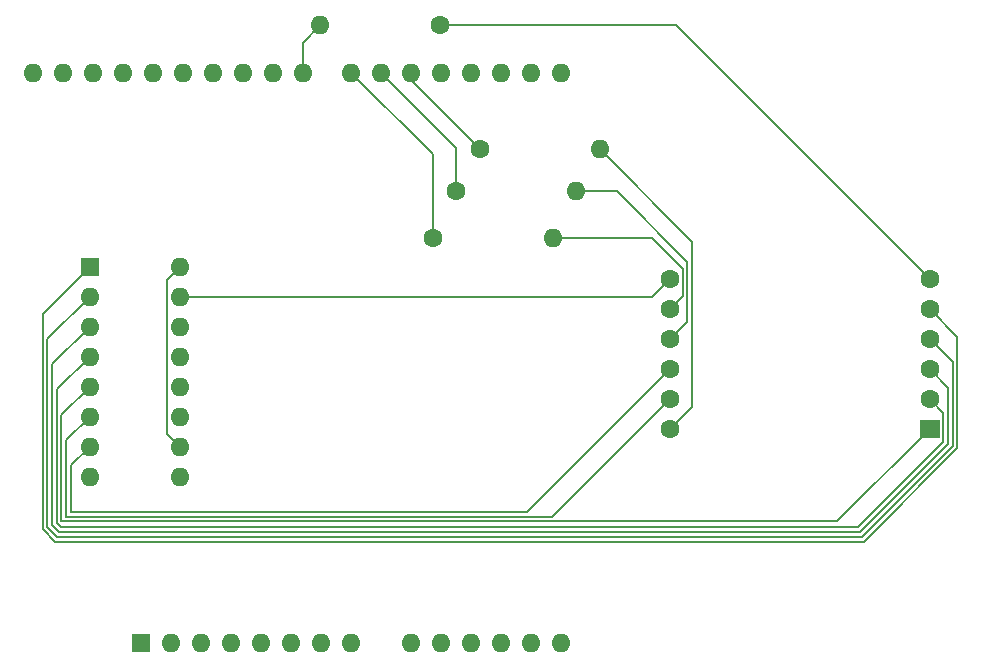
<source format=gtl>
%TF.GenerationSoftware,KiCad,Pcbnew,8.0.4-8.0.4-0~ubuntu24.04.1*%
%TF.CreationDate,2024-08-14T22:18:35+02:00*%
%TF.ProjectId,test_pcb,74657374-5f70-4636-922e-6b696361645f,rev?*%
%TF.SameCoordinates,Original*%
%TF.FileFunction,Copper,L1,Top*%
%TF.FilePolarity,Positive*%
%FSLAX46Y46*%
G04 Gerber Fmt 4.6, Leading zero omitted, Abs format (unit mm)*
G04 Created by KiCad (PCBNEW 8.0.4-8.0.4-0~ubuntu24.04.1) date 2024-08-14 22:18:35*
%MOMM*%
%LPD*%
G01*
G04 APERTURE LIST*
%TA.AperFunction,ComponentPad*%
%ADD10C,1.600000*%
%TD*%
%TA.AperFunction,ComponentPad*%
%ADD11O,1.600000X1.600000*%
%TD*%
%TA.AperFunction,ComponentPad*%
%ADD12R,1.700000X1.600000*%
%TD*%
%TA.AperFunction,ComponentPad*%
%ADD13R,1.600000X1.600000*%
%TD*%
%TA.AperFunction,Conductor*%
%ADD14C,0.200000*%
%TD*%
G04 APERTURE END LIST*
D10*
X156080000Y-69000000D03*
D11*
X145920000Y-69000000D03*
D10*
X155420000Y-87000000D03*
D11*
X165580000Y-87000000D03*
D10*
X157420000Y-83000000D03*
D11*
X167580000Y-83000000D03*
D12*
X197500000Y-103200000D03*
D10*
X197500000Y-100660000D03*
X197500000Y-98120000D03*
X197500000Y-95580000D03*
X197500000Y-93040000D03*
X197500000Y-90500000D03*
X175500000Y-90500000D03*
X175500000Y-93040000D03*
X175500000Y-95580000D03*
X175500000Y-98120000D03*
X175500000Y-100660000D03*
X175500000Y-103200000D03*
D11*
X169580000Y-79500000D03*
D10*
X159420000Y-79500000D03*
D13*
X130720000Y-121260000D03*
D11*
X133260000Y-121260000D03*
X135800000Y-121260000D03*
X138340000Y-121260000D03*
X140880000Y-121260000D03*
X143420000Y-121260000D03*
X145960000Y-121260000D03*
X148500000Y-121260000D03*
X153580000Y-121260000D03*
X156120000Y-121260000D03*
X158660000Y-121260000D03*
X161200000Y-121260000D03*
X163740000Y-121260000D03*
X166280000Y-121260000D03*
X166280000Y-73000000D03*
X163740000Y-73000000D03*
X161200000Y-73000000D03*
X158660000Y-73000000D03*
X156120000Y-73000000D03*
X153580000Y-73000000D03*
X151040000Y-73000000D03*
X148500000Y-73000000D03*
X144440000Y-73000000D03*
X141900000Y-73000000D03*
X139360000Y-73000000D03*
X136820000Y-73000000D03*
X134280000Y-73000000D03*
X131740000Y-73000000D03*
X129200000Y-73000000D03*
X126660000Y-73000000D03*
X124120000Y-73000000D03*
X121580000Y-73000000D03*
X134000000Y-89420000D03*
X134000000Y-91960000D03*
X134000000Y-94500000D03*
X134000000Y-97040000D03*
X134000000Y-99580000D03*
X134000000Y-102120000D03*
X134000000Y-104660000D03*
X134000000Y-107200000D03*
X126380000Y-107200000D03*
X126380000Y-104660000D03*
X126380000Y-102120000D03*
X126380000Y-99580000D03*
X126380000Y-97040000D03*
X126380000Y-94500000D03*
X126380000Y-91960000D03*
D13*
X126380000Y-89420000D03*
D14*
X134000000Y-91960000D02*
X174040000Y-91960000D01*
X174040000Y-91960000D02*
X175500000Y-90500000D01*
X197500000Y-93040000D02*
X199850000Y-95390000D01*
X199850000Y-95390000D02*
X199850000Y-104797058D01*
X199850000Y-104797058D02*
X191947058Y-112700000D01*
X122400000Y-93400000D02*
X126380000Y-89420000D01*
X191947058Y-112700000D02*
X123437257Y-112700000D01*
X123437257Y-112700000D02*
X122400000Y-111662743D01*
X122400000Y-111662743D02*
X122400000Y-93400000D01*
X126380000Y-91960000D02*
X122800000Y-95540000D01*
X199450000Y-97530000D02*
X197500000Y-95580000D01*
X122800000Y-95540000D02*
X122800000Y-111497057D01*
X122800000Y-111497057D02*
X123602943Y-112300000D01*
X123602943Y-112300000D02*
X191781372Y-112300000D01*
X191781372Y-112300000D02*
X199450000Y-104631372D01*
X199450000Y-104631372D02*
X199450000Y-97530000D01*
X126380000Y-94500000D02*
X123200000Y-97680000D01*
X191615686Y-111900000D02*
X199050000Y-104465686D01*
X123200000Y-97680000D02*
X123200000Y-111331371D01*
X123200000Y-111331371D02*
X123768629Y-111900000D01*
X123768629Y-111900000D02*
X191615686Y-111900000D01*
X199050000Y-104465686D02*
X199050000Y-99670000D01*
X199050000Y-99670000D02*
X197500000Y-98120000D01*
X126380000Y-97040000D02*
X123600000Y-99820000D01*
X123600000Y-99820000D02*
X123600000Y-111165685D01*
X123600000Y-111165685D02*
X123934315Y-111500000D01*
X123934315Y-111500000D02*
X191450000Y-111500000D01*
X191450000Y-111500000D02*
X198650000Y-104300000D01*
X198650000Y-104300000D02*
X198650000Y-101810000D01*
X198650000Y-101810000D02*
X197500000Y-100660000D01*
X126380000Y-99580000D02*
X124000000Y-101960000D01*
X124000000Y-101960000D02*
X124000000Y-111000000D01*
X124000000Y-111000000D02*
X189700000Y-111000000D01*
X189700000Y-111000000D02*
X197500000Y-103200000D01*
X126380000Y-102120000D02*
X124400000Y-104100000D01*
X124400000Y-104100000D02*
X124400000Y-110600000D01*
X124400000Y-110600000D02*
X165560000Y-110600000D01*
X165560000Y-110600000D02*
X175500000Y-100660000D01*
X126380000Y-104660000D02*
X124800000Y-106240000D01*
X124800000Y-106240000D02*
X124800000Y-110200000D01*
X124800000Y-110200000D02*
X163420000Y-110200000D01*
X163420000Y-110200000D02*
X175500000Y-98120000D01*
X156080000Y-69000000D02*
X176000000Y-69000000D01*
X176000000Y-69000000D02*
X197500000Y-90500000D01*
X144440000Y-73000000D02*
X144440000Y-70480000D01*
X144440000Y-70480000D02*
X145920000Y-69000000D01*
X134000000Y-89420000D02*
X132900000Y-90520000D01*
X132900000Y-90520000D02*
X132900000Y-103560000D01*
X132900000Y-103560000D02*
X134000000Y-104660000D01*
X155420000Y-87000000D02*
X155420000Y-79920000D01*
X155420000Y-79920000D02*
X148500000Y-73000000D01*
X157420000Y-83000000D02*
X157420000Y-79380000D01*
X157420000Y-79380000D02*
X151040000Y-73000000D01*
X159420000Y-79500000D02*
X153580000Y-73660000D01*
X153580000Y-73660000D02*
X153580000Y-73000000D01*
X175500000Y-103200000D02*
X177400000Y-101300000D01*
X177400000Y-101300000D02*
X177400000Y-87320000D01*
X177400000Y-87320000D02*
X169580000Y-79500000D01*
X175500000Y-95580000D02*
X177000000Y-94080000D01*
X177000000Y-94080000D02*
X177000000Y-89000000D01*
X177000000Y-89000000D02*
X171000000Y-83000000D01*
X171000000Y-83000000D02*
X167580000Y-83000000D01*
X175500000Y-93040000D02*
X176600000Y-91940000D01*
X176600000Y-91940000D02*
X176600000Y-89600000D01*
X176600000Y-89600000D02*
X174000000Y-87000000D01*
X174000000Y-87000000D02*
X165580000Y-87000000D01*
X175420000Y-95500000D02*
X175500000Y-95580000D01*
M02*

</source>
